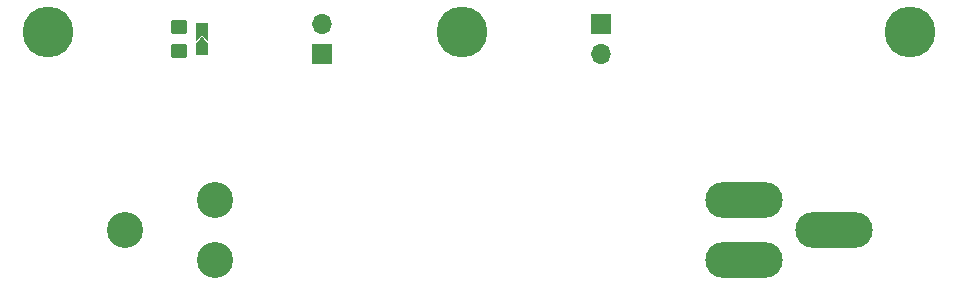
<source format=gbr>
%TF.GenerationSoftware,KiCad,Pcbnew,(6.0.6)*%
%TF.CreationDate,2023-04-08T10:42:47+02:00*%
%TF.ProjectId,ModuleBattery18650,4d6f6475-6c65-4426-9174-746572793138,rev?*%
%TF.SameCoordinates,Original*%
%TF.FileFunction,Soldermask,Bot*%
%TF.FilePolarity,Negative*%
%FSLAX46Y46*%
G04 Gerber Fmt 4.6, Leading zero omitted, Abs format (unit mm)*
G04 Created by KiCad (PCBNEW (6.0.6)) date 2023-04-08 10:42:47*
%MOMM*%
%LPD*%
G01*
G04 APERTURE LIST*
G04 Aperture macros list*
%AMRoundRect*
0 Rectangle with rounded corners*
0 $1 Rounding radius*
0 $2 $3 $4 $5 $6 $7 $8 $9 X,Y pos of 4 corners*
0 Add a 4 corners polygon primitive as box body*
4,1,4,$2,$3,$4,$5,$6,$7,$8,$9,$2,$3,0*
0 Add four circle primitives for the rounded corners*
1,1,$1+$1,$2,$3*
1,1,$1+$1,$4,$5*
1,1,$1+$1,$6,$7*
1,1,$1+$1,$8,$9*
0 Add four rect primitives between the rounded corners*
20,1,$1+$1,$2,$3,$4,$5,0*
20,1,$1+$1,$4,$5,$6,$7,0*
20,1,$1+$1,$6,$7,$8,$9,0*
20,1,$1+$1,$8,$9,$2,$3,0*%
%AMFreePoly0*
4,1,6,1.025000,0.000000,0.525000,-0.475000,-0.525000,-0.475000,-0.525000,0.475000,0.525000,0.475000,1.025000,0.000000,1.025000,0.000000,$1*%
%AMFreePoly1*
4,1,6,0.525000,-0.475000,-1.025000,-0.475000,-0.525000,0.000000,-1.015000,0.475000,0.525000,0.475000,0.525000,-0.475000,0.525000,-0.475000,$1*%
G04 Aperture macros list end*
%ADD10RoundRect,0.250000X-0.450000X0.350000X-0.450000X-0.350000X0.450000X-0.350000X0.450000X0.350000X0*%
%ADD11FreePoly0,90.000000*%
%ADD12FreePoly1,90.000000*%
%ADD13C,4.300000*%
%ADD14R,1.700000X1.700000*%
%ADD15O,1.700000X1.700000*%
%ADD16C,3.048000*%
%ADD17O,6.548000X3.048000*%
G04 APERTURE END LIST*
D10*
%TO.C,R4*%
X125095000Y-100600000D03*
X125095000Y-102600000D03*
%TD*%
D11*
%TO.C,D1*%
X127000000Y-102475000D03*
D12*
X127000000Y-100725000D03*
%TD*%
D13*
%TO.C,REF\u002A\u002A*%
X149000000Y-101000000D03*
%TD*%
%TO.C,REF\u002A\u002A*%
X187000000Y-101000000D03*
%TD*%
%TO.C,REF\u002A\u002A*%
X114000000Y-101000000D03*
%TD*%
D14*
%TO.C,J1*%
X137160000Y-102870000D03*
D15*
X137160000Y-100330000D03*
%TD*%
D14*
%TO.C,J2*%
X160840000Y-100330000D03*
D15*
X160840000Y-102870000D03*
%TD*%
D16*
%TO.C,BT1*%
X120500000Y-117780000D03*
X128120000Y-120320000D03*
X128120000Y-115240000D03*
D17*
X172870000Y-115240000D03*
X172870000Y-120320000D03*
X180490000Y-117780000D03*
%TD*%
M02*

</source>
